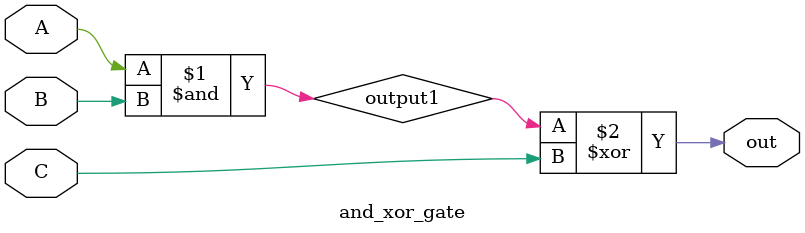
<source format=v>
module and_xor_gate(output out, input A, B, C);
      wire output1;
      assign output1 = A & B;
      assign out = output1 ^ C;
  endmodule
</source>
